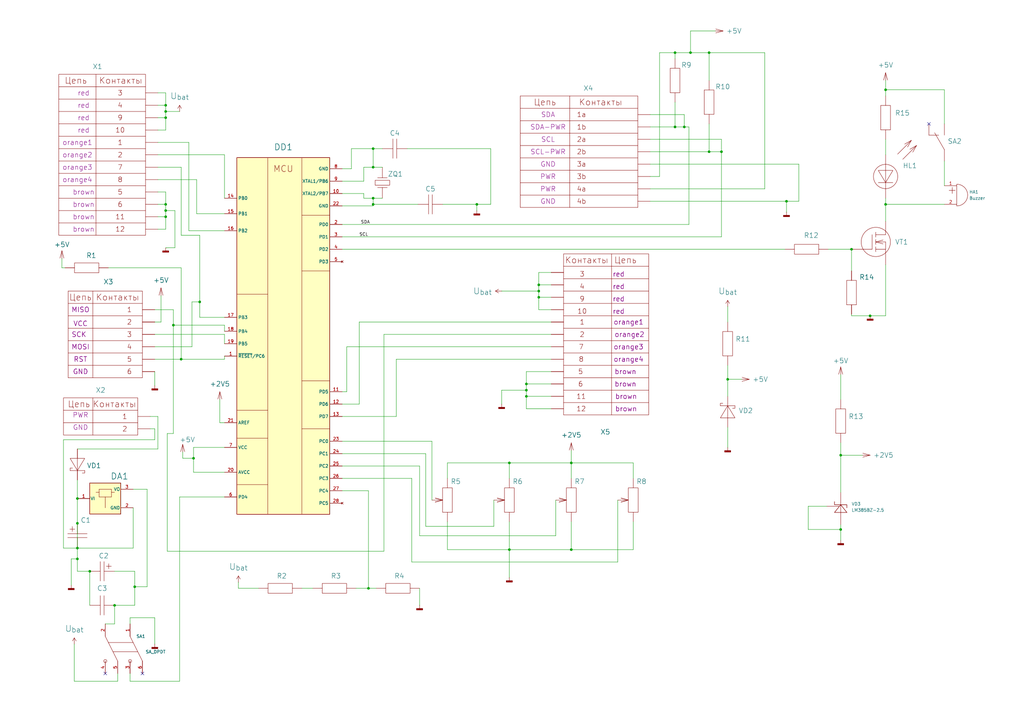
<source format=kicad_sch>
(kicad_sch (version 20231120) (generator "eeschema") (generator_version "8.0")
  (paper "A3")
  (title_block (title " «Система тестирования» ") (date "2024-10-02") (comment 1 "467993.013 Э3") (comment 2 "Корякин"))
  (lib_symbols
    (symbol "Device_GOST:C" (pin_numbers hide) (pin_names (offset 0) hide)
      (property "Reference" "C" (at 0.635 2.54 0))
      (property "Value" "C" (at 0.635 -3.175 0))
      (symbol "C_1_1"
        (pin passive line (at 0 5.08 270) (length 4.318) (name "~") (number "1"))
        (pin passive line (at 0 -5.08 90) (length 4.318) (name "~") (number "2"))
      )
    )
    (symbol "Device_GOST:CP" (pin_numbers hide) (pin_names (offset 0) hide)
      (property "Reference" "C" (at 0.635 2.54 0))
      (property "Value" "CP" (at 0.635 -3.175 0))
      (symbol "CP_1_1"
        (pin passive line (at 0 5.08 270) (length 4.318) (name "~") (number "1"))
        (pin passive line (at 0 -5.08 90) (length 4.318) (name "~") (number "2"))
      )
    )
    (symbol "Device_GOST:R" (pin_numbers hide) (pin_names (offset 0) hide)
      (property "Reference" "R" (at 0 3.81 0))
      (property "Value" "R" (at 0 0 0))
      (symbol "R_1_1"
        (pin passive line (at -8.89 0 0) (length 3.8862) (name "~") (number "1"))
        (pin passive line (at 8.89 0 180) (length 3.8862) (name "~") (number "2"))
      )
    )
    (symbol "Device_GOST:R_POT1" (pin_numbers hide) (pin_names (offset 0) hide)
      (property "Reference" "R" (at 2.54 3.81 0))
      (property "Value" "R_POT1" (at 0 0 0))
      (symbol "R_POT1_1_1"
        (pin passive line (at -8.89 0 0) (length 3.8862) (name "~") (number "1"))
        (pin passive line (at 0 6.35 270) (length 4.3434) (name "~") (number "2"))
        (pin passive line (at 8.89 0 180) (length 3.8862) (name "~") (number "3"))
      )
    )
    (symbol "Device_GOST:SA_SPDT" (pin_numbers hide) (pin_names (offset 0) hide)
      (property "Reference" "SA" (at 0 6.35 0))
      (symbol "SA_SPDT_1_1"
        (pin passive line (at -7.62 -2.54 0) (length 4.6228) (name "~") (number "1"))
        (pin passive line (at 7.62 -2.54 180) (length 4.6228) (name "~") (number "2"))
        (pin passive line (at 7.62 3.81 180) (length 4.6228) (name "~") (number "3"))
      )
    )
    (symbol "Device_GOST:VD_Schottky" (pin_numbers hide) (pin_names (offset 0) hide)
      (property "Reference" "VD" (at 0 5.08 0))
      (symbol "VD_Schottky_1_1"
        (pin passive line (at -6.35 0 0) (length 3.81) (name "K") (number "1"))
        (pin passive line (at 6.35 0 180) (length 3.81) (name "A") (number "2"))
      )
    )
    (symbol "Device_GOST:ZQ_CRYSTAL" (pin_numbers hide) (pin_names (offset 0) hide)
      (property "Reference" "ZQ" (at 0 5.08 0))
      (property "Value" "ZQ_CRYSTAL" (at 0 -5.08 0))
      (symbol "ZQ_CRYSTAL_1_1"
        (pin passive line (at -6.35 0 0) (length 4.3688) (name "~") (number "1"))
        (pin passive line (at 6.35 0 180) (length 4.3688) (name "~") (number "2"))
      )
    )
    (symbol "power_GOST:+5V" (power) (pin_numbers hide) (pin_names (offset 0) hide)
      (property "Value" "+5V" (at 0 5.08 0))
      (symbol "+5V_1_1"
        (pin power_in line (at 0 0 90) (length 0) hide (name "+5V") (number "1"))
      )
    )
    (symbol "sst:+2V5" (power) (pin_numbers hide) (pin_names (offset 0) hide)
      (property "Value" "+2V5" (at 0 5.08 0))
      (symbol "+2V5_1_1"
        (pin power_in line (at 0 0 90) (length 0) hide (name "+5V") (number "1"))
      )
    )
    (symbol "sst:2N7000" (pin_numbers hide) (pin_names (offset 0) hide)
      (property "Reference" "VT" (at 7.62 0 0))
      (symbol "2N7000_1_1"
        (pin passive line (at 3.81 -8.89 90) (length 5.08) (name "S1") (number "1"))
        (pin passive line (at -10.16 -2.54 0) (length 5.08) (name "G1") (number "2"))
        (pin passive line (at 3.81 8.89 270) (length 3.81) (name "D1") (number "3"))
      )
    )
    (symbol "sst:ATmega328P-P"
      (property "Reference" "DD" (at -12.7 74.93 0))
      (property "Value" "ATmega328P-P" (at 0.635 77.47 0))
      (symbol "ATmega328P-P_1_1"
        (text "MCU" (at 6.35 68.58 0) (effects (font (size 2.54 2.54))))
        (pin bidirectional line (at -17.78 -8.255 0) (length 5.08) (name "~{RESET}/PC6") (number "1"))
        (pin bidirectional line (at 30.48 58.42 180) (length 5.08) (name "XTAL2/PB7") (number "10"))
        (pin bidirectional line (at 30.48 -22.86 180) (length 5.08) (name "PD5") (number "11"))
        (pin bidirectional line (at 30.48 -27.94 180) (length 5.08) (name "PD6") (number "12"))
        (pin bidirectional line (at 30.48 -33.02 180) (length 5.08) (name "PD7") (number "13"))
        (pin bidirectional line (at -17.78 56.515 0) (length 5.08) (name "PB0") (number "14"))
        (pin bidirectional line (at -17.78 50.165 0) (length 5.08) (name "PB1") (number "15"))
        (pin bidirectional line (at -17.78 43.18 0) (length 5.08) (name "PB2") (number "16"))
        (pin bidirectional line (at -17.78 7.62 0) (length 5.08) (name "PB3") (number "17"))
        (pin bidirectional line (at -17.78 1.905 0) (length 5.08) (name "PB4") (number "18"))
        (pin bidirectional line (at -17.78 -3.175 0) (length 5.08) (name "PB5") (number "19"))
        (pin bidirectional line (at 30.48 45.72 180) (length 5.08) (name "PD0") (number "2"))
        (pin power_in line (at -17.78 -55.88 0) (length 5.08) (name "AVCC") (number "20"))
        (pin passive line (at -17.78 -35.56 0) (length 5.08) (name "AREF") (number "21"))
        (pin passive line (at 30.48 53.34 180) (length 5.08) (name "GND") (number "22"))
        (pin bidirectional line (at 30.48 -43.18 180) (length 5.08) (name "PC0") (number "23"))
        (pin bidirectional line (at 30.48 -48.26 180) (length 5.08) (name "PC1") (number "24"))
        (pin bidirectional line (at 30.48 -53.34 180) (length 5.08) (name "PC2") (number "25"))
        (pin bidirectional line (at 30.48 -58.42 180) (length 5.08) (name "PC3") (number "26"))
        (pin bidirectional line (at 30.48 -63.5 180) (length 5.08) (name "PC4") (number "27"))
        (pin no_connect line (at 30.48 -68.58 180) (length 5.08) (name "PC5") (number "28"))
        (pin bidirectional line (at 30.48 40.64 180) (length 5.08) (name "PD1") (number "3"))
        (pin bidirectional line (at 30.48 35.56 180) (length 5.08) (name "PD2") (number "4"))
        (pin no_connect line (at 30.48 30.48 180) (length 5.08) (name "PD3") (number "5"))
        (pin bidirectional line (at -17.78 -66.04 0) (length 5.08) (name "PD4") (number "6"))
        (pin power_in line (at -17.78 -45.72 0) (length 5.08) (name "VCC") (number "7"))
        (pin power_in line (at 30.48 68.58 180) (length 5.08) (name "GND") (number "8"))
        (pin bidirectional line (at 30.48 63.5 180) (length 5.08) (name "XTAL1/PB6") (number "9"))
      )
    )
    (symbol "sst:Buzzer" (pin_names (offset 0.0254) hide)
      (property "Reference" "HA" (at 3.81 1.27 0))
      (property "Value" "Buzzer" (at 3.81 -1.27 0))
      (symbol "Buzzer_1_1"
        (pin passive line (at -5.08 3.81 0) (length 5.08) (name "+") (number "1"))
        (pin passive line (at -5.08 -3.81 0) (length 5.08) (name "-") (number "2"))
      )
    )
    (symbol "sst:CONN_I2C" (pin_numbers hide) (pin_names (offset 0) hide)
      (property "Reference" "X" (at 0 25.4 0))
      (property "PIN1" "1" (at -5.08 15.24 0))
      (property "PIN2" "2" (at -5.08 10.16 0))
      (property "PIN3" "3" (at -5.08 5.08 0))
      (property "PIN4" "4" (at -5.08 0 0))
      (property "PIN5" "5" (at -5.08 -5.08 0))
      (property "PIN6" "6" (at -5.08 -10.16 0))
      (property "PIN7" "7" (at -5.08 -15.24 0))
      (property "PIN8" "8" (at -5.08 -20.32 0))
      (symbol "CONN_I2C_1_1"
        (text "1a" (at 9.906 15.24 0) (effects (font (size 2.0066 2.0066))))
        (text "1b" (at 9.906 10.16 0) (effects (font (size 2.0066 2.0066))))
        (text "2a" (at 9.906 5.08 0) (effects (font (size 2.0066 2.0066))))
        (text "2b" (at 9.906 0 0) (effects (font (size 2.0066 2.0066))))
        (text "3a" (at 9.906 -5.08 0) (effects (font (size 2.0066 2.0066))))
        (text "3b" (at 9.906 -10.16 0) (effects (font (size 2.0066 2.0066))))
        (text "4a" (at 9.906 -15.24 0) (effects (font (size 2.0066 2.0066))))
        (text "4b" (at 9.906 -20.32 0) (effects (font (size 2.0066 2.0066))))
        (text "Контакты" (at 17.78 20.32 0) (effects (font (size 2.54 2.54))))
        (text "Цепь" (at -5.08 20.32 0) (effects (font (size 2.54 2.54))))
        (pin passive line (at 38.1 15.24 180) (length 5.08) (name "1") (number "1"))
        (pin passive line (at 38.1 10.16 180) (length 5.08) (name "2") (number "2"))
        (pin passive line (at 38.1 5.08 180) (length 5.08) (name "3") (number "3"))
        (pin passive line (at 38.1 0 180) (length 5.08) (name "4") (number "4"))
        (pin passive line (at 38.1 -5.08 180) (length 5.08) (name "5") (number "5"))
        (pin passive line (at 38.1 -10.16 180) (length 5.08) (name "6") (number "6"))
        (pin passive line (at 38.1 -15.24 180) (length 5.08) (name "7") (number "7"))
        (pin passive line (at 38.1 -20.32 180) (length 5.08) (name "8") (number "8"))
      )
    )
    (symbol "sst:CONN_INPUTS" (pin_numbers hide) (pin_names (offset 0) hide)
      (property "Reference" "X" (at 0 35.56 0))
      (property "PIN1" "orange1" (at -7.62 5.08 0))
      (property "PIN2" "orange2" (at -7.62 0 0))
      (property "PIN3" "red" (at -5.08 25.4 0))
      (property "PIN4" "red" (at -5.08 20.32 0))
      (property "PIN5" "brown" (at -5.08 -15.24 0))
      (property "PIN6" "brown" (at -5.08 -20.32 0))
      (property "PIN7" "orange3" (at -7.62 -5.08 0))
      (property "PIN8" "orange4" (at -7.62 -10.16 0))
      (property "PIN9" "red" (at -5.08 15.24 0))
      (property "PIN10" "red" (at -5.08 10.16 0))
      (property "PIN11" "brown" (at -5.08 -25.4 0))
      (property "PIN12" "brown" (at -5.08 -30.48 0))
      (symbol "CONN_INPUTS_1_1"
        (text "1" (at 9.906 5.08 0) (effects (font (size 2.0066 2.0066))))
        (text "10" (at 9.906 10.16 0) (effects (font (size 2.0066 2.0066))))
        (text "11" (at 9.906 -25.4 0) (effects (font (size 2.0066 2.0066))))
        (text "12" (at 9.906 -30.48 0) (effects (font (size 2.0066 2.0066))))
        (text "2" (at 9.906 0 0) (effects (font (size 2.0066 2.0066))))
        (text "3" (at 9.906 25.4 0) (effects (font (size 2.0066 2.0066))))
        (text "4" (at 9.906 20.32 0) (effects (font (size 2.0066 2.0066))))
        (text "5" (at 9.906 -15.24 0) (effects (font (size 2.0066 2.0066))))
        (text "6" (at 9.906 -20.32 0) (effects (font (size 2.0066 2.0066))))
        (text "7" (at 9.906 -5.08 0) (effects (font (size 2.0066 2.0066))))
        (text "8" (at 9.906 -10.16 0) (effects (font (size 2.0066 2.0066))))
        (text "9" (at 9.906 15.24 0) (effects (font (size 2.0066 2.0066))))
        (text "Контакты" (at 10.16 30.48 0) (effects (font (size 2.54 2.54))))
        (text "Цепь" (at -8.255 30.48 0) (effects (font (size 2.54 2.54))))
        (pin passive line (at 25.4 25.4 180) (length 5.08) (name "1") (number "1"))
        (pin passive line (at 25.4 -20.32 180) (length 5.08) (name "10") (number "10"))
        (pin passive line (at 25.4 -25.4 180) (length 5.08) (name "11") (number "11"))
        (pin passive line (at 25.4 -30.48 180) (length 5.08) (name "12") (number "12"))
        (pin passive line (at 25.4 20.32 180) (length 5.08) (name "2") (number "2"))
        (pin passive line (at 25.4 15.24 180) (length 5.08) (name "3") (number "3"))
        (pin passive line (at 25.4 10.16 180) (length 5.08) (name "4") (number "4"))
        (pin passive line (at 25.4 5.08 180) (length 5.08) (name "5") (number "5"))
        (pin passive line (at 25.4 0 180) (length 5.08) (name "6") (number "6"))
        (pin passive line (at 25.4 -5.08 180) (length 5.08) (name "7") (number "7"))
        (pin passive line (at 25.4 -10.16 180) (length 5.08) (name "8") (number "8"))
        (pin passive line (at 25.4 -15.24 180) (length 5.08) (name "9") (number "9"))
      )
    )
    (symbol "sst:CONN_OUTPUTS" (pin_numbers hide) (pin_names (offset 0) hide)
      (property "Reference" "X" (at 0 -37.465 0))
      (property "PIN1" "orange1" (at 9.525 7.62 0))
      (property "PIN2" "orange2" (at 9.906 2.54 0))
      (property "PIN3" "red" (at 5.461 27.305 0))
      (property "PIN4" "red" (at 5.461 22.225 0))
      (property "PIN5" "brown" (at 8.255 -12.7 0))
      (property "PIN6" "brown" (at 8.255 -17.78 0))
      (property "PIN7" "orange3" (at 9.525 -2.54 0))
      (property "PIN8" "orange4" (at 9.525 -7.62 0))
      (property "PIN9" "red" (at 5.461 17.145 0))
      (property "PIN10" "red" (at 5.461 12.065 0))
      (property "PIN11" "brown" (at 8.509 -22.86 0))
      (property "PIN12" "brown" (at 8.509 -27.94 0))
      (symbol "CONN_OUTPUTS_1_1"
        (text "1" (at -9.525 7.62 0) (effects (font (size 2.0066 2.0066))))
        (text "10" (at -9.525 12.065 0) (effects (font (size 2.0066 2.0066))))
        (text "11" (at -9.906 -22.86 0) (effects (font (size 2.0066 2.0066))))
        (text "12" (at -9.906 -27.94 0) (effects (font (size 2.0066 2.0066))))
        (text "2" (at -9.525 2.54 0) (effects (font (size 2.0066 2.0066))))
        (text "3" (at -9.525 27.305 0) (effects (font (size 2.0066 2.0066))))
        (text "4" (at -9.525 22.225 0) (effects (font (size 2.0066 2.0066))))
        (text "5" (at -10.16 -12.7 0) (effects (font (size 2.0066 2.0066))))
        (text "6" (at -10.16 -17.78 0) (effects (font (size 2.0066 2.0066))))
        (text "7" (at -9.906 -2.54 0) (effects (font (size 2.0066 2.0066))))
        (text "8" (at -9.906 -7.62 0) (effects (font (size 2.0066 2.0066))))
        (text "9" (at -9.525 17.145 0) (effects (font (size 2.0066 2.0066))))
        (text "Контакты" (at -7.62 33.02 0) (effects (font (size 2.54 2.54))))
        (text "Цепь" (at 8.255 33.02 0) (effects (font (size 2.54 2.54))))
        (pin passive line (at -22.225 27.94 0) (length 5.08) (name "1") (number "1"))
        (pin passive line (at -22.225 -17.78 0) (length 5.08) (name "10") (number "10"))
        (pin passive line (at -22.225 -22.86 0) (length 5.08) (name "11") (number "11"))
        (pin passive line (at -22.225 -27.94 0) (length 5.08) (name "12") (number "12"))
        (pin passive line (at -22.225 22.86 0) (length 5.08) (name "2") (number "2"))
        (pin passive line (at -22.225 17.78 0) (length 5.08) (name "3") (number "3"))
        (pin passive line (at -22.225 12.7 0) (length 5.08) (name "4") (number "4"))
        (pin passive line (at -22.225 7.62 0) (length 5.08) (name "5") (number "5"))
        (pin passive line (at -22.225 2.54 0) (length 5.08) (name "6") (number "6"))
        (pin passive line (at -22.225 -2.54 0) (length 5.08) (name "7") (number "7"))
        (pin passive line (at -22.225 -7.62 0) (length 5.08) (name "8") (number "8"))
        (pin passive line (at -22.225 -12.7 0) (length 5.08) (name "9") (number "9"))
      )
    )
    (symbol "sst:CONN_PWR" (pin_numbers hide) (pin_names (offset 0) hide)
      (property "Reference" "X" (at 0 10.16 0))
      (property "PIN1" "PWR" (at -10.16 0 0))
      (property "PIN2" "GND" (at -10.16 -5.08 0))
      (symbol "CONN_PWR_1_1"
        (text "1" (at 9.906 0 0) (effects (font (size 2.0066 2.0066))))
        (text "2" (at 9.906 -5.08 0) (effects (font (size 2.0066 2.0066))))
        (text "Контакты" (at 5.715 5.08 0) (effects (font (size 2.54 2.54))))
        (text "Цепь" (at -8.89 5.08 0) (effects (font (size 2.54 2.54))))
        (pin passive line (at 20.32 0 180) (length 5.08) (name "1") (number "1"))
        (pin passive line (at 20.32 -5.08 180) (length 5.08) (name "2") (number "2"))
      )
    )
    (symbol "sst:CONN_SPI" (pin_numbers hide) (pin_names (offset 0) hide)
      (property "Reference" "X" (at 0 20.32 0))
      (property "PIN1" "MISO" (at -10.16 10.16 0))
      (property "PIN2" "VCC" (at -10.795 6.35 0))
      (property "PIN3" "SCK" (at -10.795 0 0))
      (property "PIN4" "MOSI" (at -10.16 -5.08 0))
      (property "PIN5" "RST" (at -10.16 -10.16 0))
      (property "PIN6" "GND" (at -10.16 -15.24 0))
      (symbol "CONN_SPI_1_1"
        (text "1" (at 9.906 10.16 0) (effects (font (size 2.0066 2.0066))))
        (text "2" (at 9.906 5.08 0) (effects (font (size 2.0066 2.0066))))
        (text "3" (at 9.906 0 0) (effects (font (size 2.0066 2.0066))))
        (text "4" (at 9.906 -5.08 0) (effects (font (size 2.0066 2.0066))))
        (text "5" (at 9.906 -10.16 0) (effects (font (size 2.0066 2.0066))))
        (text "6" (at 9.906 -15.24 0) (effects (font (size 2.0066 2.0066))))
        (text "Контакты" (at 5.08 15.24 0) (effects (font (size 2.54 2.54))))
        (text "Цепь" (at -10.16 15.24 0) (effects (font (size 2.54 2.54))))
        (pin passive line (at 20.32 10.16 180) (length 5.08) (name "1") (number "1"))
        (pin passive line (at 20.32 5.08 180) (length 5.08) (name "2") (number "2"))
        (pin passive line (at 20.32 0 180) (length 5.08) (name "3") (number "3"))
        (pin passive line (at 20.32 -5.08 180) (length 5.08) (name "4") (number "4"))
        (pin passive line (at 20.32 -10.16 180) (length 5.08) (name "5") (number "5"))
        (pin passive line (at 20.32 -15.24 180) (length 5.08) (name "6") (number "6"))
      )
    )
    (symbol "sst:GND" (power) (pin_numbers hide) (pin_names (offset 0) hide)
      (symbol "GND_1_1"
        (pin power_in line (at 0 0 270) (length 0) (name "~") (number "1"))
      )
    )
    (symbol "sst:HL_LED" (pin_numbers hide) (pin_names (offset 0) hide)
      (property "Reference" "HL" (at 7.62 5.08 0))
      (symbol "HL_LED_1_1"
        (pin passive line (at 0 8.89 270) (length 3.81) (name "K") (number "1"))
        (pin passive line (at 0 -8.89 90) (length 3.81) (name "A") (number "2"))
      )
    )
    (symbol "sst:LM385BZ-2.5" (pin_numbers hide) (pin_names (offset 0.0254) hide)
      (property "Reference" "VD" (at 14.732 5.842 0))
      (property "Value" "LM385BZ-2.5" (at 5.715 -6.985 0))
      (symbol "LM385BZ-2.5_1_1"
        (pin passive line (at 7.62 5.715 270) (length 5.08) (name "1") (number "1"))
        (pin passive line (at 13.335 0 180) (length 5.08) (name "K") (number "2"))
        (pin passive line (at 0 0 0) (length 5.08) (name "A") (number "3"))
      )
    )
    (symbol "sst:LM7805_TO220" (pin_names (offset 0.254))
      (property "Reference" "DA" (at 7.62 8.89 0))
      (symbol "LM7805_TO220_1_1"
        (pin power_in line (at 0 0 0) (length 5.08) (name "VI") (number "1"))
        (pin power_in line (at 22.86 -3.81 180) (length 5.08) (name "GND") (number "2"))
        (pin power_out line (at 22.86 3.81 180) (length 5.08) (name "VO") (number "3"))
      )
    )
    (symbol "sst:SA_SLIDE_DPDT"
      (property "Reference" "SA" (at 5.08 12.065 0))
      (symbol "SA_SLIDE_DPDT_1_1"
        (pin passive line (at 0 10.16 0) (length 5.08) (name "") (number "1"))
        (pin passive line (at 0 0 0) (length 5.08) (name "") (number "2"))
        (pin passive line (at 20.32 10.16 180) (length 5.08) (name "") (number "3"))
        (pin passive line (at 20.32 0 180) (length 5.08) (name "") (number "4"))
        (pin passive line (at 20.32 5.08 180) (length 5.08) (name "") (number "5"))
        (pin passive line (at 20.32 15.24 180) (length 5.08) (name "") (number "6"))
      )
    )
    (symbol "sst:Ubat" (power) (pin_numbers hide) (pin_names (offset 0) hide)
      (property "Value" "U_{bat}" (at 0 5.08 0))
      (symbol "Ubat_1_1"
        (pin power_in line (at 0 0 90) (length 0) (name "~") (number "1"))
      )
    )
  )
  (junction (at 67.945 43.18))
  (junction (at 295.91 62.23))
  (junction (at 195.58 83.82))
  (junction (at 153.035 83.82))
  (junction (at 215.9 157.48))
  (junction (at 153.035 60.96))
  (junction (at 46.99 248.285))
  (junction (at 81.915 123.825))
  (junction (at 208.915 225.425))
  (junction (at 153.035 81.28))
  (junction (at 276.86 52.07))
  (junction (at 234.315 225.425))
  (junction (at 208.915 189.865))
  (junction (at 79.375 187.96))
  (junction (at 363.22 83.82))
  (junction (at 290.83 21.59))
  (junction (at 215.9 162.56))
  (junction (at 283.21 21.59))
  (junction (at 234.315 189.865))
  (junction (at 31.75 214.63))
  (junction (at 31.75 224.79))
  (junction (at 220.98 116.84))
  (junction (at 55.245 240.665))
  (junction (at 344.805 186.69))
  (junction (at 290.83 62.23))
  (junction (at 220.98 119.38))
  (junction (at 220.98 121.92))
  (junction (at 67.945 45.72))
  (junction (at 363.22 36.83))
  (junction (at 67.945 48.26))
  (junction (at 67.945 88.9))
  (junction (at 71.12 133.35))
  (junction (at 276.86 21.59))
  (junction (at 215.9 160.02))
  (junction (at 31.75 204.47))
  (junction (at 153.035 68.58))
  (junction (at 280.67 52.07))
  (junction (at 151.13 241.3))
  (junction (at 298.45 155.575))
  (junction (at 31.75 229.235))
  (junction (at 356.87 129.54))
  (junction (at 344.805 217.17))
  (junction (at 67.945 83.82))
  (junction (at 322.58 82.55))
  (junction (at 74.295 147.32))
  (junction (at 349.25 102.235))
  (junction (at 67.945 86.36))
  (junction (at 36.83 234.315))
  (no_connect (at 381 50.8))
  (no_connect (at 58.42 276.225))
  (no_connect (at 43.18 276.225))
  (wire (pts (xy 140.335 102.235) (xy 321.945 102.235)))
  (wire (pts (xy 290.83 21.59) (xy 290.83 33.02)))
  (wire (pts (xy 30.48 264.16) (xy 30.48 279.4)))
  (wire (pts (xy 63.5 127) (xy 71.12 127)))
  (wire (pts (xy 79.375 183.515) (xy 79.375 187.96)))
  (wire (pts (xy 55.245 240.665) (xy 55.245 248.285)))
  (wire (pts (xy 195.58 83.82) (xy 201.295 83.82)))
  (wire (pts (xy 322.58 82.55) (xy 322.58 86.995)))
  (wire (pts (xy 283.21 21.59) (xy 290.83 21.59)))
  (wire (pts (xy 54.61 208.28) (xy 54.61 224.79)))
  (wire (pts (xy 295.91 57.15) (xy 266.7 57.15)))
  (wire (pts (xy 276.86 52.07) (xy 280.67 52.07)))
  (wire (pts (xy 153.035 83.82) (xy 171.45 83.82)))
  (wire (pts (xy 74.295 96.52) (xy 81.915 96.52)))
  (wire (pts (xy 67.945 78.74) (xy 64.77 78.74)))
  (wire (pts (xy 344.805 153.67) (xy 344.805 163.83)))
  (wire (pts (xy 344.805 186.69) (xy 344.805 201.93)))
  (wire (pts (xy 67.945 83.82) (xy 67.945 86.36)))
  (wire (pts (xy 153.035 60.96) (xy 153.035 68.58)))
  (wire (pts (xy 280.67 46.99) (xy 266.7 46.99)))
  (wire (pts (xy 67.945 83.82) (xy 64.77 83.82)))
  (wire (pts (xy 79.375 187.96) (xy 79.375 193.675)))
  (wire (pts (xy 64.77 184.15) (xy 31.75 184.15)))
  (wire (pts (xy 26.035 180.34) (xy 26.035 224.79)))
  (wire (pts (xy 220.98 119.38) (xy 220.98 116.84)))
  (wire (pts (xy 313.69 21.59) (xy 313.69 77.47)))
  (wire (pts (xy 168.91 230.505) (xy 253.365 230.505)))
  (wire (pts (xy 66.04 121.285) (xy 66.04 132.08)))
  (wire (pts (xy 183.515 196.215) (xy 183.515 189.865)))
  (wire (pts (xy 259.715 189.865) (xy 259.715 196.215)))
  (wire (pts (xy 349.25 102.235) (xy 349.25 111.125)))
  (wire (pts (xy 48.26 279.4) (xy 48.26 276.225)))
  (wire (pts (xy 298.45 149.86) (xy 298.45 155.575)))
  (wire (pts (xy 201.295 60.96) (xy 201.295 83.82)))
  (wire (pts (xy 270.51 21.59) (xy 276.86 21.59)))
  (wire (pts (xy 162.56 147.32) (xy 162.56 170.815)))
  (wire (pts (xy 71.12 133.35) (xy 71.12 177.8)))
  (wire (pts (xy 61.595 175.895) (xy 63.5 175.895)))
  (wire (pts (xy 276.86 41.91) (xy 276.86 52.07)))
  (wire (pts (xy 151.13 201.295) (xy 151.13 241.3)))
  (wire (pts (xy 74.295 109.855) (xy 74.295 147.32)))
  (wire (pts (xy 90.17 163.83) (xy 90.17 173.355)))
  (wire (pts (xy 201.295 60.96) (xy 167.005 60.96)))
  (wire (pts (xy 174.625 215.9) (xy 202.565 215.9)))
  (wire (pts (xy 67.945 78.74) (xy 67.945 83.82)))
  (wire (pts (xy 234.315 184.785) (xy 234.315 189.865)))
  (wire (pts (xy 73.66 203.835) (xy 92.075 203.835)))
  (wire (pts (xy 298.45 175.26) (xy 298.45 183.515)))
  (wire (pts (xy 290.83 50.8) (xy 290.83 62.23)))
  (wire (pts (xy 147.32 132.08) (xy 147.32 165.735)))
  (wire (pts (xy 157.48 137.16) (xy 157.48 226.06)))
  (wire (pts (xy 147.32 132.08) (xy 226.06 132.08)))
  (wire (pts (xy 234.315 189.865) (xy 234.315 196.215)))
  (wire (pts (xy 363.22 129.54) (xy 356.87 129.54)))
  (wire (pts (xy 63.5 147.32) (xy 74.295 147.32)))
  (wire (pts (xy 46.99 248.285) (xy 46.99 255.905)))
  (wire (pts (xy 234.315 213.995) (xy 234.315 225.425)))
  (wire (pts (xy 54.61 200.66) (xy 60.325 200.66)))
  (wire (pts (xy 387.35 66.04) (xy 387.35 76.2)))
  (wire (pts (xy 177.165 180.975) (xy 140.335 180.975)))
  (wire (pts (xy 208.915 213.995) (xy 208.915 225.425)))
  (wire (pts (xy 259.715 225.425) (xy 259.715 213.995)))
  (wire (pts (xy 63.5 175.895) (xy 63.5 180.34)))
  (wire (pts (xy 153.035 81.28) (xy 153.035 83.82)))
  (wire (pts (xy 227.965 219.71) (xy 227.965 205.105)))
  (wire (pts (xy 276.86 21.59) (xy 283.21 21.59)))
  (wire (pts (xy 74.295 147.32) (xy 92.075 147.32)))
  (wire (pts (xy 363.22 108.585) (xy 363.22 129.54)))
  (wire (pts (xy 64.77 53.34) (xy 67.945 53.34)))
  (wire (pts (xy 331.47 207.645) (xy 331.47 217.17)))
  (wire (pts (xy 149.225 81.28) (xy 153.035 81.28)))
  (wire (pts (xy 220.98 121.92) (xy 220.98 119.38)))
  (wire (pts (xy 220.98 116.84) (xy 220.98 111.76)))
  (wire (pts (xy 283.21 12.7) (xy 283.21 21.59)))
  (wire (pts (xy 55.245 240.665) (xy 60.325 240.665)))
  (wire (pts (xy 140.335 196.215) (xy 168.91 196.215)))
  (wire (pts (xy 220.98 121.92) (xy 226.06 121.92)))
  (wire (pts (xy 63.5 180.34) (xy 26.035 180.34)))
  (wire (pts (xy 276.86 21.59) (xy 276.86 24.13)))
  (wire (pts (xy 205.74 165.735) (xy 205.74 160.02)))
  (wire (pts (xy 298.45 155.575) (xy 304.165 155.575)))
  (wire (pts (xy 97.79 241.3) (xy 106.045 241.3)))
  (wire (pts (xy 172.085 241.3) (xy 172.085 248.285)))
  (wire (pts (xy 31.75 224.79) (xy 31.75 214.63)))
  (wire (pts (xy 29.21 229.235) (xy 31.75 229.235)))
  (wire (pts (xy 63.5 152.4) (xy 63.5 158.115)))
  (wire (pts (xy 215.9 152.4) (xy 215.9 157.48)))
  (wire (pts (xy 266.7 52.07) (xy 276.86 52.07)))
  (wire (pts (xy 282.575 92.075) (xy 282.575 52.07)))
  (wire (pts (xy 67.945 38.1) (xy 67.945 43.18)))
  (wire (pts (xy 92.075 63.5) (xy 92.075 81.28)))
  (wire (pts (xy 79.375 193.675) (xy 92.075 193.675)))
  (wire (pts (xy 226.06 142.24) (xy 142.24 142.24)))
  (wire (pts (xy 67.945 93.98) (xy 64.77 93.98)))
  (wire (pts (xy 327.66 67.31) (xy 327.66 82.55)))
  (wire (pts (xy 31.75 204.47) (xy 31.75 214.63)))
  (wire (pts (xy 234.315 189.865) (xy 259.715 189.865)))
  (wire (pts (xy 295.91 62.23) (xy 295.91 97.155)))
  (wire (pts (xy 140.335 186.055) (xy 174.625 186.055)))
  (wire (pts (xy 174.625 186.055) (xy 174.625 215.9)))
  (wire (pts (xy 67.945 45.72) (xy 67.945 48.26)))
  (wire (pts (xy 153.035 84.455) (xy 153.035 83.82)))
  (wire (pts (xy 31.75 196.85) (xy 31.75 204.47)))
  (wire (pts (xy 67.945 86.36) (xy 71.755 86.36)))
  (wire (pts (xy 67.945 88.9) (xy 67.945 93.98)))
  (wire (pts (xy 92.075 147.32) (xy 92.075 146.05)))
  (wire (pts (xy 31.75 234.315) (xy 36.83 234.315)))
  (wire (pts (xy 53.34 276.225) (xy 53.34 279.4)))
  (wire (pts (xy 226.06 137.16) (xy 157.48 137.16)))
  (wire (pts (xy 64.77 43.18) (xy 67.945 43.18)))
  (wire (pts (xy 92.075 137.16) (xy 92.075 140.97)))
  (wire (pts (xy 140.335 201.295) (xy 151.13 201.295)))
  (wire (pts (xy 387.35 50.8) (xy 387.35 36.83)))
  (wire (pts (xy 226.06 127) (xy 220.98 127)))
  (wire (pts (xy 215.9 167.64) (xy 226.06 167.64)))
  (wire (pts (xy 80.645 87.63) (xy 92.075 87.63)))
  (wire (pts (xy 195.58 83.82) (xy 195.58 86.36)))
  (wire (pts (xy 205.74 119.38) (xy 220.98 119.38)))
  (wire (pts (xy 363.22 33.02) (xy 363.22 36.83)))
  (wire (pts (xy 44.45 109.855) (xy 74.295 109.855)))
  (wire (pts (xy 363.22 81.28) (xy 363.22 83.82)))
  (wire (pts (xy 67.945 45.72) (xy 73.66 45.72)))
  (wire (pts (xy 270.51 72.39) (xy 266.7 72.39)))
  (wire (pts (xy 172.085 191.135) (xy 172.085 219.71)))
  (wire (pts (xy 81.915 130.175) (xy 92.075 130.175)))
  (wire (pts (xy 142.24 160.655) (xy 140.335 160.655)))
  (wire (pts (xy 234.315 225.425) (xy 259.715 225.425)))
  (wire (pts (xy 183.515 225.425) (xy 208.915 225.425)))
  (wire (pts (xy 71.755 86.36) (xy 71.755 101.6)))
  (wire (pts (xy 215.9 157.48) (xy 226.06 157.48)))
  (wire (pts (xy 181.61 83.82) (xy 195.58 83.82)))
  (wire (pts (xy 64.77 48.26) (xy 67.945 48.26)))
  (wire (pts (xy 293.37 12.7) (xy 283.21 12.7)))
  (wire (pts (xy 149.225 79.375) (xy 149.225 81.28)))
  (wire (pts (xy 31.75 229.235) (xy 31.75 234.315)))
  (wire (pts (xy 74.93 185.42) (xy 74.93 187.96)))
  (wire (pts (xy 290.83 21.59) (xy 313.69 21.59)))
  (wire (pts (xy 298.45 125.73) (xy 298.45 132.08)))
  (wire (pts (xy 208.915 236.855) (xy 208.915 225.425)))
  (wire (pts (xy 290.83 62.23) (xy 295.91 62.23)))
  (wire (pts (xy 140.335 79.375) (xy 149.225 79.375)))
  (wire (pts (xy 344.805 217.17) (xy 344.805 221.615)))
  (wire (pts (xy 25.4 109.855) (xy 26.67 109.855)))
  (wire (pts (xy 215.9 162.56) (xy 215.9 167.64)))
  (wire (pts (xy 363.22 36.83) (xy 363.22 39.37)))
  (wire (pts (xy 280.67 52.07) (xy 280.67 46.99)))
  (wire (pts (xy 183.515 213.995) (xy 183.515 225.425)))
  (wire (pts (xy 55.245 234.315) (xy 55.245 240.665)))
  (wire (pts (xy 92.075 183.515) (xy 79.375 183.515)))
  (wire (pts (xy 322.58 82.55) (xy 327.66 82.55)))
  (wire (pts (xy 147.32 165.735) (xy 140.335 165.735)))
  (wire (pts (xy 81.915 123.825) (xy 81.915 130.175)))
  (wire (pts (xy 55.245 248.285) (xy 46.99 248.285)))
  (wire (pts (xy 63.5 132.08) (xy 66.04 132.08)))
  (wire (pts (xy 144.145 69.215) (xy 144.145 60.96)))
  (wire (pts (xy 53.34 255.905) (xy 53.34 253.365)))
  (wire (pts (xy 153.035 68.58) (xy 156.845 68.58)))
  (wire (pts (xy 339.725 102.235) (xy 349.25 102.235)))
  (wire (pts (xy 140.335 74.295) (xy 149.225 74.295)))
  (wire (pts (xy 71.12 177.8) (xy 68.58 177.8)))
  (wire (pts (xy 226.06 152.4) (xy 215.9 152.4)))
  (wire (pts (xy 123.825 241.3) (xy 128.27 241.3)))
  (wire (pts (xy 71.12 127) (xy 71.12 133.35)))
  (wire (pts (xy 266.7 67.31) (xy 327.66 67.31)))
  (wire (pts (xy 215.9 162.56) (xy 226.06 162.56)))
  (wire (pts (xy 63.5 253.365) (xy 63.5 264.16)))
  (wire (pts (xy 64.77 68.58) (xy 74.295 68.58)))
  (wire (pts (xy 64.77 58.42) (xy 77.47 58.42)))
  (wire (pts (xy 140.335 97.155) (xy 295.91 97.155)))
  (wire (pts (xy 74.93 187.96) (xy 79.375 187.96)))
  (wire (pts (xy 215.9 160.02) (xy 215.9 162.56)))
  (wire (pts (xy 208.915 189.865) (xy 234.315 189.865)))
  (wire (pts (xy 26.035 224.79) (xy 31.75 224.79)))
  (wire (pts (xy 61.595 170.815) (xy 64.77 170.815)))
  (wire (pts (xy 344.805 215.265) (xy 344.805 217.17)))
  (wire (pts (xy 63.5 137.16) (xy 92.075 137.16)))
  (wire (pts (xy 90.17 173.355) (xy 92.075 173.355)))
  (wire (pts (xy 298.45 155.575) (xy 298.45 162.56)))
  (wire (pts (xy 92.075 133.35) (xy 92.075 135.89)))
  (wire (pts (xy 363.22 57.15) (xy 363.22 63.5)))
  (wire (pts (xy 344.805 181.61) (xy 344.805 186.69)))
  (wire (pts (xy 64.77 38.1) (xy 67.945 38.1)))
  (wire (pts (xy 64.77 170.815) (xy 64.77 184.15)))
  (wire (pts (xy 177.165 205.105) (xy 177.165 180.975)))
  (wire (pts (xy 36.83 234.315) (xy 36.83 248.285)))
  (wire (pts (xy 60.325 200.66) (xy 60.325 240.665)))
  (wire (pts (xy 153.035 81.28) (xy 156.845 81.28)))
  (wire (pts (xy 142.24 142.24) (xy 142.24 160.655)))
  (wire (pts (xy 266.7 62.23) (xy 290.83 62.23)))
  (wire (pts (xy 25.4 106.045) (xy 25.4 109.855)))
  (wire (pts (xy 363.22 83.82) (xy 387.35 83.82)))
  (wire (pts (xy 253.365 230.505) (xy 253.365 205.105)))
  (wire (pts (xy 53.34 279.4) (xy 73.66 279.4)))
  (wire (pts (xy 140.335 92.075) (xy 282.575 92.075)))
  (wire (pts (xy 331.47 217.17) (xy 344.805 217.17)))
  (wire (pts (xy 73.66 279.4) (xy 73.66 203.835)))
  (wire (pts (xy 280.67 52.07) (xy 282.575 52.07)))
  (wire (pts (xy 220.98 127) (xy 220.98 121.92)))
  (wire (pts (xy 149.225 74.295) (xy 149.225 68.58)))
  (wire (pts (xy 64.77 73.66) (xy 80.645 73.66)))
  (wire (pts (xy 77.47 94.615) (xy 92.075 94.615)))
  (wire (pts (xy 74.295 68.58) (xy 74.295 96.52)))
  (wire (pts (xy 64.77 63.5) (xy 92.075 63.5)))
  (wire (pts (xy 67.945 43.18) (xy 67.945 45.72)))
  (wire (pts (xy 80.645 73.66) (xy 80.645 87.63)))
  (wire (pts (xy 153.035 60.96) (xy 156.845 60.96)))
  (wire (pts (xy 31.75 224.79) (xy 31.75 229.235)))
  (wire (pts (xy 363.22 83.82) (xy 363.22 90.805)))
  (wire (pts (xy 68.58 226.06) (xy 157.48 226.06)))
  (wire (pts (xy 208.915 225.425) (xy 234.315 225.425)))
  (wire (pts (xy 97.79 238.76) (xy 97.79 241.3)))
  (wire (pts (xy 266.7 82.55) (xy 322.58 82.55)))
  (wire (pts (xy 220.98 111.76) (xy 226.06 111.76)))
  (wire (pts (xy 30.48 279.4) (xy 48.26 279.4)))
  (wire (pts (xy 363.22 36.83) (xy 387.35 36.83)))
  (wire (pts (xy 344.805 186.69) (xy 353.695 186.69)))
  (wire (pts (xy 295.91 62.23) (xy 295.91 57.15)))
  (wire (pts (xy 270.51 21.59) (xy 270.51 72.39)))
  (wire (pts (xy 146.05 241.3) (xy 151.13 241.3)))
  (wire (pts (xy 313.69 77.47) (xy 266.7 77.47)))
  (wire (pts (xy 205.74 160.02) (xy 215.9 160.02)))
  (wire (pts (xy 78.74 123.825) (xy 81.915 123.825)))
  (wire (pts (xy 67.945 88.9) (xy 64.77 88.9)))
  (wire (pts (xy 71.755 101.6) (xy 67.945 101.6)))
  (wire (pts (xy 68.58 177.8) (xy 68.58 226.06)))
  (wire (pts (xy 168.91 196.215) (xy 168.91 230.505)))
  (wire (pts (xy 78.74 142.24) (xy 78.74 123.825)))
  (wire (pts (xy 183.515 189.865) (xy 208.915 189.865)))
  (wire (pts (xy 208.915 189.865) (xy 208.915 196.215)))
  (wire (pts (xy 162.56 170.815) (xy 140.335 170.815)))
  (wire (pts (xy 151.13 241.3) (xy 154.305 241.3)))
  (wire (pts (xy 339.09 207.645) (xy 331.47 207.645)))
  (wire (pts (xy 67.945 86.36) (xy 67.945 88.9)))
  (wire (pts (xy 172.085 219.71) (xy 227.965 219.71)))
  (wire (pts (xy 63.5 142.24) (xy 78.74 142.24)))
  (wire (pts (xy 71.12 133.35) (xy 92.075 133.35)))
  (wire (pts (xy 226.06 147.32) (xy 162.56 147.32)))
  (wire (pts (xy 46.99 255.905) (xy 43.18 255.905)))
  (wire (pts (xy 349.25 128.905) (xy 349.25 129.54)))
  (wire (pts (xy 149.225 68.58) (xy 153.035 68.58)))
  (wire (pts (xy 202.565 215.9) (xy 202.565 205.105)))
  (wire (pts (xy 140.335 84.455) (xy 153.035 84.455)))
  (wire (pts (xy 349.25 129.54) (xy 356.87 129.54)))
  (wire (pts (xy 55.245 234.315) (xy 46.99 234.315)))
  (wire (pts (xy 144.145 60.96) (xy 153.035 60.96)))
  (wire (pts (xy 140.335 69.215) (xy 144.145 69.215)))
  (wire (pts (xy 81.915 96.52) (xy 81.915 123.825)))
  (wire (pts (xy 29.21 240.03) (xy 29.21 229.235)))
  (wire (pts (xy 31.75 224.79) (xy 54.61 224.79)))
  (wire (pts (xy 220.98 116.84) (xy 226.06 116.84)))
  (wire (pts (xy 215.9 157.48) (xy 215.9 160.02)))
  (wire (pts (xy 77.47 58.42) (xy 77.47 94.615)))
  (wire (pts (xy 67.945 48.26) (xy 67.945 53.34)))
  (wire (pts (xy 53.34 253.365) (xy 63.5 253.365)))
  (wire (pts (xy 140.335 191.135) (xy 172.085 191.135)))
  (label "" (at 156.845 81.28 270))
  (label "" (at 156.845 81.28 270))
  (label "SDA" (at 147.955 92.075 0))
  (label "" (at 156.845 68.58 90))
  (label "SCL" (at 147.32 97.155 0))
  (label "" (at 156.845 68.58 90))
  (label "" (at 156.845 68.58 90))
  (symbol (lib_id "Device_GOST:R") (at 137.16 241.3 0) (unit 1)
    (property "Reference" "R3" (at 137.795 236.22 0) (effects (font (size 2.0066 2.0066))))
    (property "Value" "10к 0,25Вт" (effects (hide yes)))
    (property "Footprint" "Resistor_THT:R_Axial_DIN0207_L6.3mm_D2.5mm_P7.62mm_Horizontal" (effects (hide yes)))
  )
  (symbol (lib_id "sst:GND") (at 344.805 221.615 0) (unit 1)
    (property "Reference" "#PWR024" (effects (hide yes)))
    (property "Value" "GND" (effects (hide yes)))
    (property "Description" "Power symbol creates a global label with name \"GNDREF\" , reference supply ground" (effects (hide yes)))
  )
  (symbol (lib_id "Device_GOST:R_POT1") (at 208.915 205.105 90) (unit 1)
    (property "Reference" "R6" (at 210.185 197.485 90) (effects (font (size 2.0066 2.0066)) (justify right)))
    (property "Value" "потенциометр 10к 0,25Вт" (effects (hide yes)))
    (property "Footprint" "Potentiometer_THT:Potentiometer_TT_P0915N" (effects (hide yes)))
  )
  (symbol (lib_id "sst:HL_LED") (at 363.22 72.39 180) (unit 1)
    (property "Reference" "HL1" (at 370.205 67.945 0) (effects (font (size 2.0066 2.0066)) (justify right)))
    (property "Value" "HL_LED" (effects (hide yes)))
    (property "Footprint" "LED_THT:LED_D3.0mm" (effects (hide yes)))
  )
  (symbol (lib_id "Device_GOST:R") (at 163.195 241.3 0) (unit 1)
    (property "Reference" "R4" (at 163.83 236.22 0) (effects (font (size 2.0066 2.0066))))
    (property "Value" "10к 0,25Вт" (effects (hide yes)))
    (property "Footprint" "Resistor_THT:R_Axial_DIN0207_L6.3mm_D2.5mm_P7.62mm_Horizontal" (effects (hide yes)))
  )
  (symbol (lib_id "Device_GOST:R_POT1") (at 183.515 205.105 90) (unit 1)
    (property "Reference" "R5" (at 184.785 197.485 90) (effects (font (size 2.0066 2.0066)) (justify right)))
    (property "Value" "10к 0,25Вт" (effects (hide yes)))
    (property "Footprint" "Potentiometer_THT:Potentiometer_TT_P0915N" (effects (hide yes)))
  )
  (symbol (lib_id "sst:Ubat") (at 298.45 125.73 0) (unit 1)
    (property "Reference" "#PWR03" (effects (hide yes)))
    (property "Value" "U_{bat}" (at 298.45 119.38 0) (effects (font (size 2.54 2.54))))
    (property "Description" "Power symbol creates a global label with name \"+BATT\"" (effects (hide yes)))
  )
  (symbol (lib_id "power_GOST:+5V") (at 304.165 155.575 270) (unit 1)
    (property "Reference" "#PWR021" (effects (hide yes)))
    (property "Value" "+5V" (at 308.61 155.575 90) (effects (font (size 2.0066 2.0066)) (justify left)))
  )
  (symbol (lib_id "Device_GOST:R_POT1") (at 234.315 205.105 90) (unit 1)
    (property "Reference" "R7" (at 235.585 197.485 90) (effects (font (size 2.0066 2.0066)) (justify right)))
    (property "Value" "потенциометр 10к 0,25Вт" (effects (hide yes)))
    (property "Footprint" "Potentiometer_THT:Potentiometer_TT_P0915N" (effects (hide yes)))
  )
  (symbol (lib_id "sst:GND") (at 205.74 165.735 0) (unit 1)
    (property "Reference" "#PWR015" (effects (hide yes)))
    (property "Value" "GND" (effects (hide yes)))
    (property "Description" "Power symbol creates a global label with name \"GNDREF\" , reference supply ground" (effects (hide yes)))
  )
  (symbol (lib_id "Device_GOST:VD_Schottky") (at 31.75 190.5 90) (unit 1)
    (property "Reference" "VD1" (at 35.56 190.9826 90) (effects (font (size 2.0066 2.0066)) (justify right)))
    (property "Value" "VD_Schottky" (effects (hide yes)))
    (property "Footprint" "Diode_THT:D_DO-41_SOD81_P7.62mm_Horizontal" (effects (hide yes)))
  )
  (symbol (lib_id "sst:CONN_OUTPUTS") (at 248.285 139.7 0) (unit 1)
    (property "Reference" "X5" (at 248.285 177.165 0) (effects (font (size 2.0066 2.0066))))
    (property "Value" "CONN_INPUTS" (effects (hide yes)))
    (property "Footprint" "Connector_PinHeader_2.54mm:PinHeader_2x06_P2.54mm_Horizontal" (effects (hide yes)))
    (property "PIN1" "orange1" (at 257.81 132.08 0) (effects (font (size 2.0066 2.0066))))
    (property "PIN2" "orange2" (at 258.191 137.16 0) (effects (font (size 2.0066 2.0066))))
    (property "PIN3" "red" (at 253.746 112.395 0) (effects (font (size 2.0066 2.0066))))
    (property "PIN4" "red" (at 253.746 117.475 0) (effects (font (size 2.0066 2.0066))))
    (property "PIN5" "brown" (at 256.54 152.4 0) (effects (font (size 2.0066 2.0066))))
    (property "PIN6" "brown" (at 256.54 157.48 0) (effects (font (size 2.0066 2.0066))))
    (property "PIN7" "orange3" (at 257.81 142.24 0) (effects (font (size 2.0066 2.0066))))
    (property "PIN8" "orange4" (at 257.81 147.32 0) (effects (font (size 2.0066 2.0066))))
    (property "PIN9" "red" (at 253.746 122.555 0) (effects (font (size 2.0066 2.0066))))
    (property "PIN10" "red" (at 253.746 127.635 0) (effects (font (size 2.0066 2.0066))))
    (property "PIN11" "brown" (at 256.794 162.56 0) (effects (font (size 2.0066 2.0066))))
    (property "PIN12" "brown" (at 256.794 167.64 0) (effects (font (size 2.0066 2.0066))))
  )
  (symbol (lib_id "sst:Ubat") (at 205.74 119.38 90) (unit 1)
    (property "Reference" "#PWR019" (effects (hide yes)))
    (property "Value" "U_{bat}" (at 201.93 119.3799 90) (effects (font (size 2.54 2.54)) (justify left)))
    (property "Description" "Power symbol creates a global label with name \"+BATT\"" (effects (hide yes)))
  )
  (symbol (lib_id "sst:CONN_I2C") (at 228.6 62.23 0) (unit 1)
    (property "Reference" "X4" (at 241.3 36.195 0) (effects (font (size 2.0066 2.0066))))
    (property "Value" "CONN_I2C" (effects (hide yes)))
    (property "Footprint" "Connector_PinSocket_1.27mm:PinSocket_2x04_P1.27mm_Vertical" (effects (hide yes)))
    (property "PIN1" "SDA" (at 224.79 46.99 0) (effects (font (size 2.0066 2.0066))))
    (property "PIN2" "SDA-PWR" (at 224.79 52.07 0) (effects (font (size 2.0066 2.0066))))
    (property "PIN3" "SCL" (at 224.79 57.15 0) (effects (font (size 2.0066 2.0066))))
    (property "PIN4" "SCL-PWR" (at 224.79 62.23 0) (effects (font (size 2.0066 2.0066))))
    (property "PIN5" "GND" (at 224.79 67.31 0) (effects (font (size 2.0066 2.0066))))
    (property "PIN6" "PWR" (at 224.79 72.39 0) (effects (font (size 2.0066 2.0066))))
    (property "PIN7" "PWR" (at 224.79 77.47 0) (effects (font (size 2.0066 2.0066))))
    (property "PIN8" "GND" (at 224.79 82.55 0) (effects (font (size 2.0066 2.0066))))
  )
  (symbol (lib_id "Device_GOST:SA_SPDT") (at 384.81 58.42 90) (unit 1)
    (property "Reference" "SA2" (at 388.62 57.9374 90) (effects (font (size 2.0066 2.0066)) (justify right)))
    (property "Value" "SA_SPDT" (effects (hide yes)))
    (property "Footprint" "Button_Switch_THT:SW_Slide_SPDT_Angled_CK_OS102011MA1Q" (effects (hide yes)))
  )
  (symbol (lib_id "power_GOST:+5V") (at 363.22 33.02 0) (unit 1)
    (property "Reference" "#PWR027" (effects (hide yes)))
    (property "Value" "+5V" (at 363.22 26.67 0) (effects (font (size 2.0066 2.0066))))
  )
  (symbol (lib_id "Device_GOST:CP") (at 41.91 234.315 270) (unit 1)
    (property "Reference" "C2" (at 42.545 227.965 90) (effects (font (size 2.0066 2.0066))))
    (property "Value" "10мк 16В" (effects (hide yes)))
    (property "Footprint" "Capacitor_THT:CP_Radial_D13.0mm_P5.00mm" (effects (hide yes)))
  )
  (symbol (lib_id "sst:+2V5") (at 353.695 186.69 270) (unit 1)
    (property "Reference" "#PWR025" (effects (hide yes)))
    (property "Value" "+2V5" (at 358.14 186.69 90) (effects (font (size 2.0066 2.0066)) (justify left)))
  )
  (symbol (lib_id "sst:Ubat") (at 97.79 238.76 0) (unit 1)
    (property "Reference" "#PWR09" (effects (hide yes)))
    (property "Value" "U_{bat}" (at 97.79 232.41 0) (effects (font (size 2.54 2.54))))
    (property "Description" "Power symbol creates a global label with name \"+BATT\"" (effects (hide yes)))
  )
  (symbol (lib_id "sst:GND") (at 29.21 240.03 0) (unit 1)
    (property "Reference" "#PWR02" (effects (hide yes)))
    (property "Value" "GND" (effects (hide yes)))
    (property "Description" "Power symbol creates a global label with name \"GNDREF\" , reference supply ground" (effects (hide yes)))
  )
  (symbol (lib_id "Device_GOST:C") (at 176.53 83.82 270) (unit 1)
    (property "Reference" "C5" (at 176.53 77.47 90) (effects (font (size 2.0066 2.0066))))
    (property "Value" "22п" (effects (hide yes)))
    (property "Footprint" "Capacitor_THT:C_Radial_D6.3mm_H7.0mm_P2.50mm" (effects (hide yes)))
  )
  (symbol (lib_id "sst:GND") (at 195.58 86.36 0) (unit 1)
    (property "Reference" "#PWR014" (effects (hide yes)))
    (property "Value" "GND" (effects (hide yes)))
    (property "Description" "Power symbol creates a global label with name \"GNDREF\" , reference supply ground" (effects (hide yes)))
  )
  (symbol (lib_id "Device_GOST:VD_Schottky") (at 298.45 168.91 270) (unit 1)
    (property "Reference" "VD2" (at 302.895 168.4274 90) (effects (font (size 2.0066 2.0066)) (justify left)))
    (property "Value" "VD_Schottky" (effects (hide yes)))
    (property "Footprint" "Diode_THT:D_DO-35_SOD27_P7.62mm_Horizontal" (effects (hide yes)))
  )
  (symbol (lib_id "sst:+2V5") (at 90.17 163.83 0) (unit 1)
    (property "Reference" "#PWR010" (effects (hide yes)))
    (property "Value" "+2V5" (at 90.17 157.48 0) (effects (font (size 2.0066 2.0066))))
  )
  (symbol (lib_id "power_GOST:+5V") (at 66.04 121.285 0) (unit 1)
    (property "Reference" "#PWR06" (effects (hide yes)))
    (property "Value" "+5V" (at 66.04 114.935 0) (effects (font (size 2.0066 2.0066))))
  )
  (symbol (lib_id "Device_GOST:C") (at 41.91 248.285 270) (unit 1)
    (property "Reference" "C3" (at 41.91 241.3 90) (effects (font (size 2.0066 2.0066))))
    (property "Value" "100н" (effects (hide yes)))
    (property "Footprint" "Capacitor_THT:C_Radial_D10.0mm_H12.5mm_P5.00mm" (effects (hide yes)))
  )
  (symbol (lib_id "Device_GOST:R") (at 35.56 109.855 0) (unit 1)
    (property "Reference" "R1" (at 37.465 104.775 0) (effects (font (size 2.0066 2.0066))))
    (property "Value" "10к 0,25Вт" (effects (hide yes)))
    (property "Footprint" "Resistor_THT:R_Axial_DIN0207_L6.3mm_D2.5mm_P7.62mm_Horizontal" (effects (hide yes)))
  )
  (symbol (lib_id "sst:GND") (at 67.945 101.6 0) (unit 1)
    (property "Reference" "#PWR07" (effects (hide yes)))
    (property "Value" "GND" (effects (hide yes)))
    (property "Description" "Power symbol creates a global label with name \"GNDREF\" , reference supply ground" (effects (hide yes)))
  )
  (symbol (lib_id "sst:Ubat") (at 73.66 45.72 0) (unit 1)
    (property "Reference" "#PWR013" (effects (hide yes)))
    (property "Value" "U_{bat}" (at 73.66 39.37 0) (effects (font (size 2.54 2.54))))
    (property "Description" "Power symbol creates a global label with name \"+BATT\"" (effects (hide yes)))
  )
  (symbol (lib_id "sst:CONN_PWR") (at 41.275 170.815 0) (unit 1)
    (property "Reference" "X2" (at 41.275 160.02 0) (effects (font (size 2.0066 2.0066))))
    (property "Value" "CONN_PWR" (effects (hide yes)))
    (property "Footprint" "Connector_BarrelJack:BarrelJack_SwitchcraftConxall_RAPC10U_Horizontal" (effects (hide yes)))
    (property "PIN1" "PWR" (at 33.02 170.18 0) (effects (font (size 2.0066 2.0066))))
    (property "PIN2" "GND" (at 33.02 175.26 0) (effects (font (size 2.0066 2.0066))))
  )
  (symbol (lib_id "Device_GOST:CP") (at 31.75 219.71 0) (unit 1)
    (property "Reference" "C1" (at 33.02 213.36 0) (effects (font (size 2.0066 2.0066)) (justify left)))
    (property "Value" "100мк" (effects (hide yes)))
    (property "Footprint" "Capacitor_THT:CP_Radial_D13.0mm_P5.00mm" (effects (hide yes)))
  )
  (symbol (lib_id "sst:SA_SLIDE_DPDT") (at 43.18 255.905 270) (unit 1)
    (property "Reference" "SA1" (at 55.88 260.985 90) (effects (justify left)))
    (property "Value" "SA_DPDT" (at 59.69 267.335 90) (effects (justify left)))
    (property "Footprint" "Button_Switch_THT:SW_CK_JS202011AQN_DPDT_Angled" (effects (hide yes)))
  )
  (symbol (lib_id "sst:GND") (at 63.5 158.115 0) (unit 1)
    (property "Reference" "#PWR04" (effects (hide yes)))
    (property "Value" "GND" (effects (hide yes)))
    (property "Description" "Power symbol creates a global label with name \"GNDREF\" , reference supply ground" (effects (hide yes)))
  )
  (symbol (lib_id "Device_GOST:R") (at 298.45 140.97 90) (unit 1)
    (property "Reference" "R11" (at 301.625 139.065 90) (effects (font (size 2.0066 2.0066)) (justify right)))
    (property "Value" "22 0,25Вт" (effects (hide yes)))
    (property "Footprint" "Resistor_THT:R_Axial_DIN0204_L3.6mm_D1.6mm_P5.08mm_Horizontal" (effects (hide yes)))
  )
  (symbol (lib_id "power_GOST:+5V") (at 293.37 12.7 270) (unit 1)
    (property "Reference" "#PWR018" (effects (hide yes)))
    (property "Value" "+5V" (at 297.815 12.7 90) (effects (font (size 2.0066 2.0066)) (justify left)))
  )
  (symbol (lib_id "Device_GOST:R") (at 114.935 241.3 0) (unit 1)
    (property "Reference" "R2" (at 115.57 236.22 0) (effects (font (size 2.0066 2.0066))))
    (property "Value" "10к 0,25Вт" (effects (hide yes)))
    (property "Footprint" "Resistor_THT:R_Axial_DIN0207_L6.3mm_D2.5mm_P7.62mm_Horizontal" (effects (hide yes)))
  )
  (symbol (lib_id "power_GOST:+5V") (at 74.93 185.42 0) (unit 1)
    (property "Reference" "#PWR08" (effects (hide yes)))
    (property "Value" "+5V" (at 76.835 180.34 0) (effects (font (size 2.0066 2.0066))))
  )
  (symbol (lib_id "Device_GOST:R") (at 276.86 33.02 90) (unit 1)
    (property "Reference" "R9" (at 279.4 26.67 90) (effects (font (size 2.0066 2.0066)) (justify right)))
    (property "Value" "10к 0,25Вт" (effects (hide yes)))
    (property "Footprint" "Resistor_THT:R_Axial_DIN0207_L6.3mm_D2.5mm_P7.62mm_Horizontal" (effects (hide yes)))
  )
  (symbol (lib_id "power_GOST:+5V") (at 25.4 106.045 0) (unit 1)
    (property "Reference" "#PWR01" (effects (hide yes)))
    (property "Value" "+5V" (at 25.4 100.33 0) (effects (font (size 2.0066 2.0066))))
  )
  (symbol (lib_id "Device_GOST:R") (at 344.805 172.72 90) (unit 1)
    (property "Reference" "R13" (at 347.98 170.815 90) (effects (font (size 2.0066 2.0066)) (justify right)))
    (property "Value" "1к 0,25Вт" (effects (hide yes)))
    (property "Footprint" "Resistor_THT:R_Axial_DIN0204_L3.6mm_D1.6mm_P5.08mm_Horizontal" (effects (hide yes)))
  )
  (symbol (lib_id "sst:Buzzer") (at 392.43 80.01 0) (unit 1)
    (property "Reference" "HA1" (at 397.51 78.7399 0) (effects (justify left)))
    (property "Value" "Buzzer" (at 397.51 81.2799 0) (effects (justify left)))
    (property "Footprint" "Buzzer_Beeper:Buzzer_12x9.5RM7.6" (effects (hide yes)))
    (property "Description" "Buzzer, polarized" (effects (hide yes)))
  )
  (symbol (lib_id "sst:+2V5") (at 234.315 184.785 0) (unit 1)
    (property "Reference" "#PWR017" (effects (hide yes)))
    (property "Value" "+2V5" (at 234.315 178.435 0) (effects (font (size 2.0066 2.0066))))
  )
  (symbol (lib_id "sst:Ubat") (at 30.48 264.16 0) (unit 1)
    (property "Reference" "#PWR011" (effects (hide yes)))
    (property "Value" "U_{bat}" (at 30.48 257.81 0) (effects (font (size 2.54 2.54))))
    (property "Description" "Power symbol creates a global label with name \"+BATT\"" (effects (hide yes)))
  )
  (symbol (lib_id "sst:ATmega328P-P") (at 109.855 137.795 0) (unit 1)
    (property "Reference" "DD1" (at 116.205 60.325 0) (effects (font (size 2.54 2.54))))
    (property "Value" "Микроконтроллер ATmega328P" (effects (hide yes)))
    (property "Footprint" "Package_DIP:DIP-28_W7.62mm" (effects (hide yes)))
    (property "Datasheet" "http://ww1.microchip.com/downloads/en/DeviceDoc/ATmega328_P%20AVR%20MCU%20with%20picoPower%20Technology%20Data%20Sheet%2040001984A.pdf" (effects (hide yes)))
    (property "Description" "20MHz, 32kB Flash, 2kB SRAM, 1kB EEPROM, DIP-28" (effects (hide yes)))
  )
  (symbol (lib_id "Device_GOST:C") (at 161.925 60.96 90) (unit 1)
    (property "Reference" "C4" (at 161.925 54.61 90) (effects (font (size 2.0066 2.0066))))
    (property "Value" "22п" (effects (hide yes)))
    (property "Footprint" "Capacitor_THT:C_Radial_D6.3mm_H7.0mm_P2.50mm" (effects (hide yes)))
  )
  (symbol (lib_id "sst:LM385BZ-2.5") (at 344.805 215.265 90) (unit 1)
    (property "Reference" "VD3" (at 349.25 206.6924 90) (effects (justify right)))
    (property "Value" "LM385BZ-2.5" (at 349.25 209.2324 90) (effects (justify right)))
    (property "Footprint" "Package_TO_SOT_THT:TO-92_Inline" (effects (hide yes)))
    (property "Datasheet" "http://www.onsemi.com/pub_link/Collateral/LM285-D.PDF" (effects (hide yes)))
    (property "Description" "2.5V Micropower Voltage Reference Diodes, TO-92" (effects (hide yes)))
  )
  (symbol (lib_id "sst:LM7805_TO220") (at 31.75 204.47 0) (unit 1)
    (property "Reference" "DA1" (at 49.022 195.326 0) (effects (font (size 2.54 2.54))))
    (property "Value" "LM7805_TO220" (effects (hide yes)))
    (property "Footprint" "Package_TO_SOT_THT:TO-220-3_Vertical" (effects (hide yes)))
    (property "Datasheet" "https://www.onsemi.cn/PowerSolutions/document/MC7800-D.PDF" (effects (hide yes)))
    (property "Description" "Positive 1A 35V Linear Regulator, Fixed Output 5V, TO-220" (effects (hide yes)))
  )
  (symbol (lib_id "sst:GND") (at 322.58 86.995 0) (unit 1)
    (property "Reference" "#PWR022" (effects (hide yes)))
    (property "Value" "GND" (effects (hide yes)))
    (property "Description" "Power symbol creates a global label with name \"GNDREF\" , reference supply ground" (effects (hide yes)))
  )
  (symbol (lib_id "Device_GOST:R_POT1") (at 259.715 205.105 90) (unit 1)
    (property "Reference" "R8" (at 260.985 197.485 90) (effects (font (size 2.0066 2.0066)) (justify right)))
    (property "Value" "потенциометр 10к 0,25Вт" (effects (hide yes)))
    (property "Footprint" "Potentiometer_THT:Potentiometer_TT_P0915N" (effects (hide yes)))
  )
  (symbol (lib_id "Device_GOST:ZQ_CRYSTAL") (at 156.845 74.93 90) (unit 1)
    (property "Reference" "ZQ1" (at 159.004 71.374 90) (effects (font (size 2.0066 2.0066)) (justify right)))
    (property "Value" "1М" (effects (hide yes)))
    (property "Footprint" "Crystal:Crystal_HC49-U_Vertical" (effects (hide yes)))
  )
  (symbol (lib_id "sst:CONN_SPI") (at 43.18 137.16 0) (unit 1)
    (property "Reference" "X3" (at 44.45 115.57 0) (effects (font (size 2.0066 2.0066))))
    (property "Value" "CONN_SPI" (effects (hide yes)))
    (property "Footprint" "Connector_PinHeader_1.00mm:PinHeader_2x03_P1.00mm_Horizontal" (effects (hide yes)))
    (property "PIN1" "MISO" (at 33.02 127 0) (effects (font (size 2.0066 2.0066))))
    (property "PIN2" "VCC" (at 33.02 132.715 0) (effects (font (size 2.0066 2.0066))))
    (property "PIN3" "SCK" (at 32.385 137.16 0) (effects (font (size 2.0066 2.0066))))
    (property "PIN4" "MOSI" (at 33.02 142.24 0) (effects (font (size 2.0066 2.0066))))
    (property "PIN5" "RST" (at 33.02 147.32 0) (effects (font (size 2.0066 2.0066))))
    (property "PIN6" "GND" (at 33.02 152.4 0) (effects (font (size 2.0066 2.0066))))
  )
  (symbol (lib_id "Device_GOST:R") (at 363.22 48.26 90) (unit 1)
    (property "Reference" "R15" (at 367.03 46.355 90) (effects (font (size 2.0066 2.0066)) (justify right)))
    (property "Value" "1к 0,25Вт" (effects (hide yes)))
    (property "Footprint" "Resistor_THT:R_Axial_DIN0207_L6.3mm_D2.5mm_P7.62mm_Horizontal" (effects (hide yes)))
  )
  (symbol (lib_id "sst:GND") (at 356.87 129.54 0) (unit 1)
    (property "Reference" "#PWR026" (effects (hide yes)))
    (property "Value" "GND" (effects (hide yes)))
    (property "Description" "Power symbol creates a global label with name \"GNDREF\" , reference supply ground" (effects (hide yes)))
  )
  (symbol (lib_id "sst:GND") (at 298.45 183.515 0) (unit 1)
    (property "Reference" "#PWR020" (effects (hide yes)))
    (property "Value" "GND" (effects (hide yes)))
    (property "Description" "Power symbol creates a global label with name \"GNDREF\" , reference supply ground" (effects (hide yes)))
  )
  (symbol (lib_id "Device_GOST:R") (at 330.835 102.235 0) (unit 1)
    (property "Reference" "R12" (at 332.74 96.52 0) (effects (font (size 2.0066 2.0066))))
    (property "Value" "резистор 22 0,25Вт" (effects (hide yes)))
    (property "Footprint" "Resistor_THT:R_Axial_DIN0204_L3.6mm_D1.6mm_P5.08mm_Horizontal" (effects (hide yes)))
  )
  (symbol (lib_id "sst:GND") (at 63.5 264.16 0) (unit 1)
    (property "Reference" "#PWR05" (effects (hide yes)))
    (property "Value" "GND" (effects (hide yes)))
    (property "Description" "Power symbol creates a global label with name \"GNDREF\" , reference supply ground" (effects (hide yes)))
  )
  (symbol (lib_id "sst:CONN_INPUTS") (at 39.37 63.5 0) (unit 1)
    (property "Reference" "X1" (at 40.005 27.305 0) (effects (font (size 2.0066 2.0066))))
    (property "Value" "CONN_INPUTS" (effects (hide yes)))
    (property "Footprint" "Connector_PinHeader_2.54mm:PinHeader_2x06_P2.54mm_Horizontal" (effects (hide yes)))
    (property "PIN1" "orange1" (at 31.75 58.42 0) (effects (font (size 2.0066 2.0066))))
    (property "PIN2" "orange2" (at 31.75 63.5 0) (effects (font (size 2.0066 2.0066))))
    (property "PIN3" "red" (at 34.29 38.1 0) (effects (font (size 2.0066 2.0066))))
    (property "PIN4" "red" (at 34.29 43.18 0) (effects (font (size 2.0066 2.0066))))
    (property "PIN5" "brown" (at 34.29 78.74 0) (effects (font (size 2.0066 2.0066))))
    (property "PIN6" "brown" (at 34.29 83.82 0) (effects (font (size 2.0066 2.0066))))
    (property "PIN7" "orange3" (at 31.75 68.58 0) (effects (font (size 2.0066 2.0066))))
    (property "PIN8" "orange4" (at 31.75 73.66 0) (effects (font (size 2.0066 2.0066))))
    (property "PIN9" "red" (at 34.29 48.26 0) (effects (font (size 2.0066 2.0066))))
    (property "PIN10" "red" (at 34.29 53.34 0) (effects (font (size 2.0066 2.0066))))
    (property "PIN11" "brown" (at 34.29 88.9 0) (effects (font (size 2.0066 2.0066))))
    (property "PIN12" "brown" (at 34.29 93.98 0) (effects (font (size 2.0066 2.0066))))
  )
  (symbol (lib_id "Device_GOST:R") (at 290.83 41.91 90) (unit 1)
    (property "Reference" "R10" (at 293.37 35.56 90) (effects (font (size 2.0066 2.0066)) (justify right)))
    (property "Value" "10к 0,25Вт" (effects (hide yes)))
    (property "Footprint" "Resistor_THT:R_Axial_DIN0207_L6.3mm_D2.5mm_P7.62mm_Horizontal" (effects (hide yes)))
  )
  (symbol (lib_id "power_GOST:+5V") (at 344.805 153.67 0) (unit 1)
    (property "Reference" "#PWR023" (effects (hide yes)))
    (property "Value" "+5V" (at 344.805 147.955 0) (effects (font (size 2.0066 2.0066))))
  )
  (symbol (lib_id "sst:2N7000") (at 359.41 99.695 0) (unit 1)
    (property "Reference" "VT1" (at 367.03 99.2378 0) (effects (font (size 2.0066 2.0066)) (justify left)))
    (property "Value" "2N7000" (effects (hide yes)))
    (property "Footprint" "Package_TO_SOT_THT:TO-92" (effects (hide yes)))
    (property "Datasheet" "http://www.vzpp-s.ru/production/catalog.pdf" (effects (hide yes)))
    (property "Description" "2NMOS" (effects (hide yes)))
  )
  (symbol (lib_id "sst:GND") (at 208.915 236.855 0) (unit 1)
    (property "Reference" "#PWR016" (effects (hide yes)))
    (property "Value" "GND" (effects (hide yes)))
    (property "Description" "Power symbol creates a global label with name \"GNDREF\" , reference supply ground" (effects (hide yes)))
  )
  (symbol (lib_id "sst:GND") (at 172.085 248.285 0) (unit 1)
    (property "Reference" "#PWR012" (effects (hide yes)))
    (property "Value" "GND" (effects (hide yes)))
    (property "Description" "Power symbol creates a global label with name \"GNDREF\" , reference supply ground" (effects (hide yes)))
  )
  (symbol (lib_id "Device_GOST:R") (at 349.25 120.015 90) (unit 1)
    (property "Reference" "R14" (at 352.425 113.665 90) (effects (font (size 2.0066 2.0066)) (justify right)))
    (property "Value" "10к" (effects (hide yes)))
    (property "Footprint" "Resistor_THT:R_Axial_DIN0204_L3.6mm_D1.6mm_P5.08mm_Horizontal" (effects (hide yes)))
  )
)
</source>
